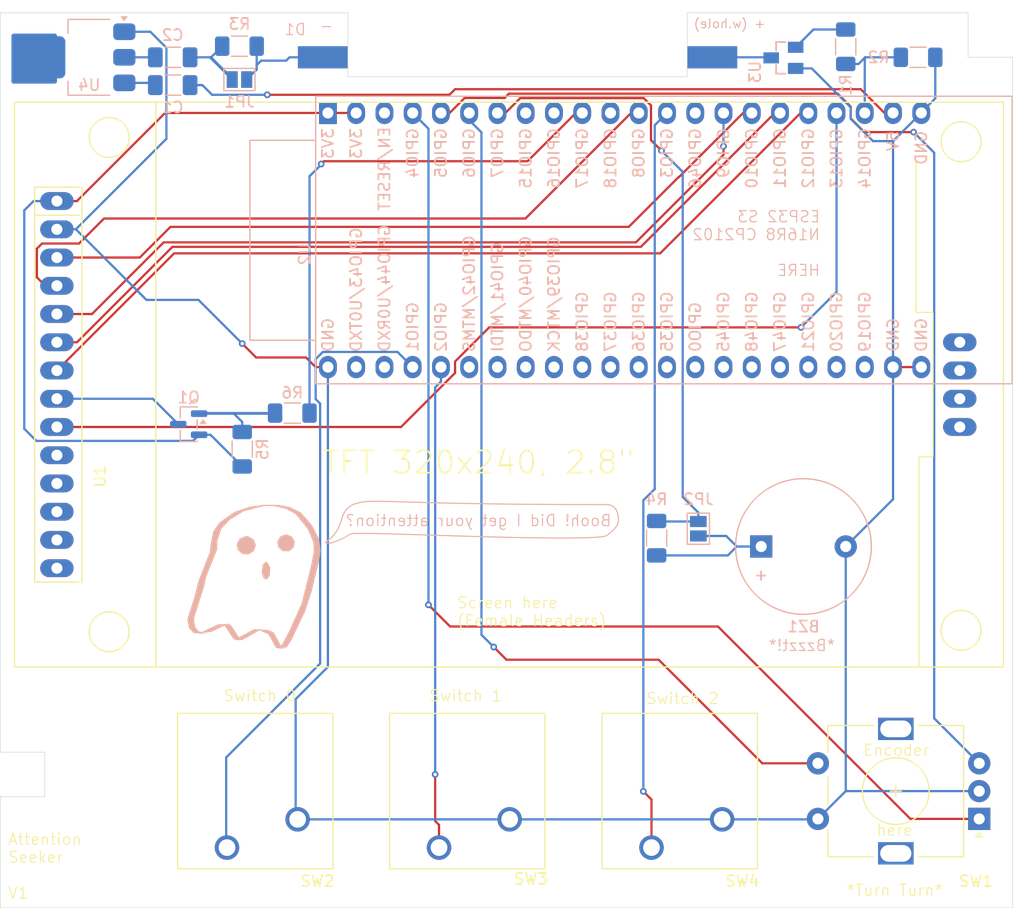
<source format=kicad_pcb>
(kicad_pcb (version 20241229) (generator "pcbnew") (generator_version "9.0")
  (layers (0 "F.Cu" signal) (2 "B.Cu" signal) (13 "F.Paste" user) (15 "B.Paste" user) (5 "F.SilkS" user "F.Silkscreen") (7 "B.SilkS" user "B.Silkscreen") (1 "F.Mask" user) (3 "B.Mask" user) (25 "Edge.Cuts" user))
  (net 0 "")
  (net 1 "+3.3V")
  (net 2 "Net-(D1-A)")
  (net 3 "Net-(JP2-A)")
  (net 4 "Net-(BZ1-+)")
  (net 5 "Net-(D1-K)")
  (net 6 "GND")
  (net 7 "Net-(U2-GPIO14{slash}ADC2_CH3)")
  (net 8 "/CLk")
  (net 9 "/SW")
  (net 10 "/DT")
  (net 11 "Net-(U1-MOSI)")
  (net 12 "Net-(U1-SCK)")
  (net 14 "+5V")
  (net 15 "Net-(U2-GPIO1{slash}ADC1_CH0)")
  (net 16 "Net-(U2-GPIO2{slash}ADC1_CH1)")
  (net 28 "Net-(Q1-G)")
  (net 37 "Net-(Q1-D)")
  (net 40 "Net-(U4-VI)")
  (net 41 "Net-(JP1-A)")
  (net 42 "Net-(U4-VO)")
  (net 43 "Net-(U3-G)")
  (net 44 "Net-(U2-GPIO17{slash}ADC2_CH6)")
  (net 45 "Net-(U2-GPIO3{slash}ADC1_CH2)")
  (net 46 "Net-(U1-CS)")
  (net 49 "Net-(U1-DC)")
  (net 51 "Net-(U1-RST)")
  (net 53 "Net-(U1-MISO)")
  (footprint "Button_Switch_Keyboard:SW_Cherry_MX_1.00u_PCB" (layer "F.Cu") (at 86.94 159.58 180)
    (property "Reference" "SW3" (at -8.26 -2.82 0) (layer "F.SilkS"))
    (property "Value" "SW_Push")
    (pad "" np_thru_hole circle (at -7.62 5.08 180) (size 1.7 1.7) (drill 1.7) (layers "*.Cu" "*.Mask"))
    (pad "" np_thru_hole circle (at -2.54 5.08 180) (size 4 4) (drill 4) (layers "*.Cu" "*.Mask"))
    (pad "" np_thru_hole circle (at 2.54 5.08 180) (size 1.7 1.7) (drill 1.7) (layers "*.Cu" "*.Mask"))
    (pad "1" thru_hole circle (at 0 0 180) (size 2.2 2.2) (drill 1.5) (layers "*.Cu" "*.Mask") (net 16 "Net-(U2-GPIO2{slash}ADC1_CH1)"))
    (pad "2" thru_hole circle (at -6.35 2.54 180) (size 2.2 2.2) (drill 1.5) (layers "*.Cu" "*.Mask") (net 6 "GND"))
  )
  (footprint "custom_footprint:TFT-320x240" (layer "F.Cu") (at 52.59 117.94 -90)
    (property "Reference" "U1" (at 8.25 -3.89 90) (layer "F.SilkS"))
    (property "Value" "TFT_320x240")
    (fp_text user "TFT 320x240, 2.8\"" (at 7 -37.89 0) (layer "F.SilkS") (effects (font (size 2 2))))
    (pad "1" thru_hole oval (at -16.51 0 270) (size 1.6 3) (drill 1) (layers "*.Cu" "*.Mask") (net 1 "+3.3V"))
    (pad "2" thru_hole oval (at -13.97 0 270) (size 1.6 3) (drill 1) (layers "*.Cu" "*.Mask") (net 6 "GND"))
    (pad "3" thru_hole oval (at -11.43 0 270) (size 1.6 3) (drill 1) (layers "*.Cu" "*.Mask") (net 46 "Net-(U1-CS)"))
    (pad "4" thru_hole oval (at -8.89 0 270) (size 1.6 3) (drill 1) (layers "*.Cu" "*.Mask") (net 51 "Net-(U1-RST)"))
    (pad "5" thru_hole oval (at -6.35 0 270) (size 1.6 3) (drill 1) (layers "*.Cu" "*.Mask") (net 49 "Net-(U1-DC)"))
    (pad "6" thru_hole oval (at -3.81 0 270) (size 1.6 3) (drill 1) (layers "*.Cu" "*.Mask") (net 11 "Net-(U1-MOSI)"))
    (pad "7" thru_hole oval (at -1.27 0 270) (size 1.6 3) (drill 1) (layers "*.Cu" "*.Mask") (net 12 "Net-(U1-SCK)"))
    (pad "8" thru_hole oval (at 1.27 0 270) (size 1.6 3) (drill 1) (layers "*.Cu" "*.Mask") (net 37 "Net-(Q1-D)"))
    (pad "9" thru_hole oval (at 3.81 0 270) (size 1.6 3) (drill 1) (layers "*.Cu" "*.Mask") (net 53 "Net-(U1-MISO)"))
    (pad "10" thru_hole oval (at 6.35 0 270) (size 1.6 3) (drill 1) (layers "*.Cu" "*.Mask"))
    (pad "11" thru_hole oval (at 8.89 0 270) (size 1.6 3) (drill 1) (layers "*.Cu" "*.Mask"))
    (pad "12" thru_hole oval (at 11.43 0 270) (size 1.6 3) (drill 1) (layers "*.Cu" "*.Mask"))
    (pad "13" thru_hole oval (at 13.97 0 270) (size 1.6 3) (drill 1) (layers "*.Cu" "*.Mask"))
    (pad "14" thru_hole oval (at 16.51 0 270) (size 1.6 3) (drill 1) (layers "*.Cu" "*.Mask"))
    (pad "15" thru_hole oval (at -3.81 -81.16 270) (size 1.6 3) (drill 1) (layers "*.Cu" "*.Mask"))
    (pad "16" thru_hole oval (at -1.27 -81.16 270) (size 1.6 3) (drill 1) (layers "*.Cu" "*.Mask"))
    (pad "17" thru_hole oval (at 1.27 -81.16 270) (size 1.6 3) (drill 1) (layers "*.Cu" "*.Mask"))
    (pad "18" thru_hole oval (at 3.81 -81.16 270) (size 1.6 3) (drill 1) (layers "*.Cu" "*.Mask"))
  )
  (footprint "Button_Switch_Keyboard:SW_Cherry_MX_1.00u_PCB" (layer "F.Cu") (at 106.04 159.58 180)
    (property "Reference" "SW4" (at -8.16 -3.02 0) (layer "F.SilkS"))
    (property "Value" "SW_Push")
    (pad "" np_thru_hole circle (at -7.62 5.08 180) (size 1.7 1.7) (drill 1.7) (layers "*.Cu" "*.Mask"))
    (pad "" np_thru_hole circle (at -2.54 5.08 180) (size 4 4) (drill 4) (layers "*.Cu" "*.Mask"))
    (pad "" np_thru_hole circle (at 2.54 5.08 180) (size 1.7 1.7) (drill 1.7) (layers "*.Cu" "*.Mask"))
    (pad "1" thru_hole circle (at 0 0 180) (size 2.2 2.2) (drill 1.5) (layers "*.Cu" "*.Mask") (net 45 "Net-(U2-GPIO3{slash}ADC1_CH2)"))
    (pad "2" thru_hole circle (at -6.35 2.54 180) (size 2.2 2.2) (drill 1.5) (layers "*.Cu" "*.Mask") (net 6 "GND"))
  )
  (footprint "Button_Switch_Keyboard:SW_Cherry_MX_1.00u_PCB" (layer "F.Cu") (at 67.88 159.58 180)
    (property "Reference" "SW2" (at -8.12 -3.02 0) (layer "F.SilkS"))
    (property "Value" "SW_Push")
    (pad "" np_thru_hole circle (at -7.62 5.08 180) (size 1.7 1.7) (drill 1.7) (layers "*.Cu" "*.Mask"))
    (pad "" np_thru_hole circle (at -2.54 5.08 180) (size 4 4) (drill 4) (layers "*.Cu" "*.Mask"))
    (pad "" np_thru_hole circle (at 2.54 5.08 180) (size 1.7 1.7) (drill 1.7) (layers "*.Cu" "*.Mask"))
    (pad "1" thru_hole circle (at 0 0 180) (size 2.2 2.2) (drill 1.5) (layers "*.Cu" "*.Mask") (net 15 "Net-(U2-GPIO1{slash}ADC1_CH0)"))
    (pad "2" thru_hole circle (at -6.35 2.54 180) (size 2.2 2.2) (drill 1.5) (layers "*.Cu" "*.Mask") (net 6 "GND"))
  )
  (footprint "Rotary_Encoder:RotaryEncoder_Alps_EC11E-Switch_Vertical_H20mm" (layer "F.Cu") (at 135.5 157 180)
    (property "Reference" "SW1" (at 0.3 -5.6 180) (layer "F.SilkS"))
    (property "Value" "RotaryEncoder_Switch")
    (pad "A" thru_hole rect (at 0 0 180) (size 2 2) (drill 1) (layers "*.Cu" "*.Mask") (net 8 "/CLk"))
    (pad "B" thru_hole circle (at 0 5 180) (size 2 2) (drill 1) (layers "*.Cu" "*.Mask") (net 10 "/DT"))
    (pad "C" thru_hole circle (at 0 2.5 180) (size 2 2) (drill 1) (layers "*.Cu" "*.Mask") (net 6 "GND"))
    (pad "MP" thru_hole rect (at 7.5 -3.1 180) (size 3.2 2) (drill oval 2.8 1.5) (layers "*.Cu" "*.Mask"))
    (pad "MP" thru_hole rect (at 7.5 8.1 180) (size 3.2 2) (drill oval 2.8 1.5) (layers "*.Cu" "*.Mask"))
    (pad "S1" thru_hole circle (at 14.5 5 180) (size 2 2) (drill 1) (layers "*.Cu" "*.Mask") (net 9 "/SW"))
    (pad "S2" thru_hole circle (at 14.5 0 180) (size 2 2) (drill 1) (layers "*.Cu" "*.Mask") (net 6 "GND"))
  )
  (footprint "Capacitor_SMD:C_1206_3216Metric_Pad1.33x1.80mm_HandSolder" (layer "B.Cu") (at 63 91 180)
    (property "Reference" "C1" (at 0 -2 0) (layer "B.SilkS") (effects (justify mirror)))
    (property "Value" "10µC")
    (pad "1" smd roundrect (at -1.5625 0 180) (size 1.325 1.8) (layers "B.Cu" "B.Mask" "B.Paste") (roundrect_rratio 0.188679) (net 14 "+5V"))
    (pad "2" smd roundrect (at 1.5625 0 180) (size 1.325 1.8) (layers "B.Cu" "B.Mask" "B.Paste") (roundrect_rratio 0.188679) (net 40 "Net-(U4-VI)"))
  )
  (footprint "Resistor_SMD:R_1206_3216Metric_Pad1.30x1.75mm_HandSolder" (layer "B.Cu") (at 130 88.5)
    (property "Reference" "R2" (at -3.55 0 0) (layer "B.SilkS") (effects (justify mirror)))
    (property "Value" "10KR")
    (pad "1" smd roundrect (at -1.55 0) (size 1.3 1.75) (layers "B.Cu" "B.Mask" "B.Paste") (roundrect_rratio 0.192308) (net 7 "Net-(U2-GPIO14{slash}ADC2_CH3)"))
    (pad "2" smd roundrect (at 1.55 0) (size 1.3 1.75) (layers "B.Cu" "B.Mask" "B.Paste") (roundrect_rratio 0.192308) (net 6 "GND"))
  )
  (footprint "Jumper:SolderJumper-2_P1.3mm_Open_Pad1.0x1.5mm" (layer "B.Cu") (at 110.25 130.9 -90)
    (property "Reference" "JP2" (at -2.65 0 180) (layer "B.SilkS") (effects (justify mirror)))
    (property "Value" "SolderJumper_2_Open")
    (pad "1" smd rect (at -0.65 0 270) (size 1 1.5) (layers "B.Cu" "B.Mask") (net 3 "Net-(JP2-A)"))
    (pad "2" smd rect (at 0.65 0 270) (size 1 1.5) (layers "B.Cu" "B.Mask") (net 4 "Net-(BZ1-+)"))
  )
  (footprint "Package_TO_SOT_SMD:SOT-223-3_TabPin2" (layer "B.Cu") (at 55.5 88.5 180)
    (property "Reference" "U4" (at 0 -2.5 0) (layer "B.SilkS") (effects (justify mirror)))
    (property "Value" "AMS1117-3.3")
    (pad "1" smd roundrect (at -3.15 2.3 180) (size 2 1.5) (layers "B.Cu" "B.Mask" "B.Paste") (net 6 "GND"))
    (pad "2" smd roundrect (at -3.15 0 180) (size 2 1.5) (layers "B.Cu" "B.Mask" "B.Paste") (net 42 "Net-(U4-VO)"))
    (pad "2" smd roundrect (at 3.15 0 180) (size 2 3.8) (layers "B.Cu" "B.Mask" "B.Paste") (net 42 "Net-(U4-VO)"))
    (pad "3" smd roundrect (at -3.15 -2.3 180) (size 2 1.5) (layers "B.Cu" "B.Mask" "B.Paste") (net 40 "Net-(U4-VI)"))
  )
  (footprint "Resistor_SMD:R_1206_3216Metric_Pad1.30x1.75mm_HandSolder" (layer "B.Cu") (at 73.75 120.5 180)
    (property "Reference" "R6" (at 0 1.83 0) (layer "B.SilkS") (effects (justify mirror)))
    (property "Value" "100R")
    (pad "1" smd roundrect (at -1.55 0 180) (size 1.3 1.75) (layers "B.Cu" "B.Mask" "B.Paste") (roundrect_rratio 0.192308) (net 44 "Net-(U2-GPIO17{slash}ADC2_CH6)"))
    (pad "2" smd roundrect (at 1.55 0 180) (size 1.3 1.75) (layers "B.Cu" "B.Mask" "B.Paste") (roundrect_rratio 0.192308) (net 28 "Net-(Q1-G)"))
  )
  (footprint "Jumper:SolderJumper-2_P1.3mm_Open_Pad1.0x1.5mm" (layer "B.Cu") (at 69 90.5)
    (property "Reference" "JP1" (at 0 2 0) (layer "B.SilkS") (effects (justify mirror)))
    (property "Value" "SolderJumper_2_Open")
    (pad "1" smd rect (at -0.65 0) (size 1 1.5) (layers "B.Cu" "B.Mask") (net 41 "Net-(JP1-A)"))
    (pad "2" smd rect (at 0.65 0) (size 1 1.5) (layers "B.Cu" "B.Mask") (net 2 "Net-(D1-A)"))
  )
  (footprint "custom_footprint:38mm rigid LED filament" (layer "B.Cu") (at 94 88.5 180)
    (property "Reference" "D1" (at 20 2.5 0) (layer "B.SilkS") (effects (font (thickness 0.1)) (justify mirror)))
    (property "Value" "LED")
    (fp_text user "+ (w.hole)" (at -22.34 2.55 0) (layer "B.SilkS") (effects (font (size 0.8 0.8) (thickness 0.1)) (justify left bottom mirror)))
    (fp_text user "-" (at 16.5 2.25 0) (layer "B.SilkS") (effects (font (thickness 0.1)) (justify left bottom mirror)))
    (pad "1" smd rect (at -17.5 0 180) (size 4.5 2) (layers "B.Cu" "B.Mask" "B.Paste") (net 5 "Net-(D1-K)"))
    (pad "2" smd rect (at 17.5 0 180) (size 4.5 2) (layers "B.Cu" "B.Mask" "B.Paste") (net 2 "Net-(D1-A)"))
  )
  (footprint "IRLML2502TRPBF:SOT23" (layer "B.Cu") (at 117.9 88.55 -90)
    (property "Reference" "U3" (at 1.274365 2.548745 90) (layer "B.SilkS") (effects (font (size 1.003441 1.003441)) (justify mirror)))
    (property "Value" "IRLML2502TRPBF")
    (pad "1" smd rect (at -0.95 -1.1 270) (size 1 1.4) (layers "B.Cu" "B.Mask" "B.Paste") (net 43 "Net-(U3-G)"))
    (pad "2" smd rect (at 0.95 -1.1 270) (size 1 1.4) (layers "B.Cu" "B.Mask" "B.Paste") (net 6 "GND"))
    (pad "3" smd rect (at 0 1.1 270) (size 1 1.4) (layers "B.Cu" "B.Mask" "B.Paste") (net 5 "Net-(D1-K)"))
  )
  (footprint "Espressif:ESP32-S3-DevKitC" (layer "B.Cu") (at 76.9527 93.5037 -90)
    (property "Reference" "U2" (at 12.7 2.1 90) (layer "B.SilkS") (effects (justify mirror)))
    (property "Value" "ESP32-S3-DevKitC" (hide yes))
    (fp_text user "GPIO20" (at 21.59 -45.72 90) (layer "B.SilkS") (effects (justify right mirror)))
    (fp_text user "GPIO41/MTDI" (at 21.59 -15.24 90) (layer "B.SilkS") (effects (justify right mirror)))
    (fp_text user "3V3" (at 1.27 -2.54 90) (layer "B.SilkS") (effects (justify left mirror)))
    (fp_text user "GPIO39/MTCK" (at 21.59 -20.32 90) (layer "B.SilkS") (effects (justify right mirror)))
    (fp_text user "GPIO3" (at 1.27 -30.48 90) (layer "B.SilkS") (effects (justify left mirror)))
    (fp_text user "GPIO21" (at 21.59 -43.18 90) (layer "B.SilkS") (effects (justify right mirror)))
    (fp_text user "GPIO12" (at 1.27 -43.18 90) (layer "B.SilkS") (effects (justify left mirror)))
    (fp_text user "GPIO17" (at 1.27 -22.86 90) (layer "B.SilkS") (effects (justify left mirror)))
    (fp_text user "GPIO38" (at 21.59 -22.86 90) (layer "B.SilkS") (effects (justify right mirror)))
    (fp_text user "GPIO5" (at 1.27 -10.16 90) (layer "B.SilkS") (effects (justify left mirror)))
    (fp_text user "GPIO42/MTMS" (at 21.59 -12.7 90) (layer "B.SilkS") (effects (justify right mirror)))
    (fp_text user "GPIO6" (at 1.27 -12.7 90) (layer "B.SilkS") (effects (justify left mirror)))
    (fp_text user "GPIO35" (at 21.59 -30.48 90) (layer "B.SilkS") (effects (justify right mirror)))
    (fp_text user "3V3" (at 1.27 0 90) (layer "B.SilkS") (effects (justify left mirror)))
    (fp_text user "GPIO1" (at 21.59 -7.62 90) (layer "B.SilkS") (effects (justify right mirror)))
    (fp_text user "GPIO40/MTDO" (at 21.59 -17.78 90) (layer "B.SilkS") (effects (justify right mirror)))
    (fp_text user "GPIO37" (at 21.59 -25.4 90) (layer "B.SilkS") (effects (justify right mirror)))
    (fp_text user "5V" (at 1.52032 -50.79728 90) (layer "B.SilkS") (effects (justify left mirror)))
    (fp_text user "GPIO44/U0RXD" (at 21.59 -5.08 90) (layer "B.SilkS") (effects (justify right mirror)))
    (fp_text user "GPIO2" (at 21.59 -10.16 90) (layer "B.SilkS") (effects (justify right mirror)))
    (fp_text user "GPIO14" (at 1.27 -48.26 90) (layer "B.SilkS") (effects (justify left mirror)))
    (fp_text user "GND" (at 21.59 -50.8 90) (layer "B.SilkS") (effects (justify right mirror)))
    (fp_text user "GND" (at 1.52032 -53.33728 90) (layer "B.SilkS") (effects (justify left mirror)))
    (fp_text user "GPIO45" (at 21.59 -35.56 90) (layer "B.SilkS") (effects (justify right mirror)))
    (fp_text user "GPIO13" (at 1.27 -45.72 90) (layer "B.SilkS") (effects (justify left mirror)))
    (fp_text user "GPIO7" (at 1.27 -15.24 90) (layer "B.SilkS") (effects (justify left mirror)))
    (fp_text user "GPIO36" (at 21.59 -27.94 90) (layer "B.SilkS") (effects (justify right mirror)))
    (fp_text user "GPIO0" (at 21.59 -33.02 90) (layer "B.SilkS") (effects (justify right mirror)))
    (fp_text user "GPIO46" (at 1.27 -33.02 90) (layer "B.SilkS") (effects (justify left mirror)))
    (fp_text user "GPIO4" (at 1.27 -7.62 90) (layer "B.SilkS") (effects (justify left mirror)))
    (fp_text user "GPIO11" (at 1.27 -40.64 90) (layer "B.SilkS") (effects (justify left mirror)))
    (fp_text user "GPIO8" (at 1.27 -27.94 90) (layer "B.SilkS") (effects (justify left mirror)))
    (fp_text user "GPIO47" (at 21.59 -40.64 90) (layer "B.SilkS") (effects (justify right mirror)))
    (fp_text user "GPIO19" (at 21.59 -48.26 90) (layer "B.SilkS") (effects (justify right mirror)))
    (fp_text user "GPIO48" (at 21.59 -38.1 90) (layer "B.SilkS") (effects (justify right mirror)))
    (fp_text user "GPIO43/U0TXD" (at 21.59 -2.54 90) (layer "B.SilkS") (effects (justify right mirror)))
    (fp_text user "GPIO15" (at 1.27 -17.78 90) (layer "B.SilkS") (effects (justify left mirror)))
    (fp_text user "GPIO18" (at 1.27 -25.4 90) (layer "B.SilkS") (effects (justify left mirror)))
    (fp_text user "GND" (at 21.59 -53.34 90) (layer "B.SilkS") (effects (justify right mirror)))
    (fp_text user "EN/RESET" (at 8.88632 -5.07728 90) (layer "B.SilkS") (effects (justify right mirror)))
    (fp_text user "GPIO10" (at 1.27 -38.1 90) (layer "B.SilkS") (effects (justify left mirror)))
    (fp_text user "GPIO16" (at 1.27 -20.32 90) (layer "B.SilkS") (effects (justify left mirror)))
    (fp_text user "GPIO9" (at 1.27 -35.56 90) (layer "B.SilkS") (effects (justify left mirror)))
    (fp_text user "GND" (at 21.59 0 90) (layer "B.SilkS") (effects (justify right mirror)))
    (pad "1" thru_hole rect (at 0 0) (size 1.6 2) (drill 1) (layers "*.Cu" "*.Mask") (net 1 "+3.3V"))
    (pad "2" thru_hole oval (at 0 -2.54) (size 1.6 2) (drill 1) (layers "*.Cu" "*.Mask") (net 1 "+3.3V"))
    (pad "3" thru_hole oval (at 0 -5.08) (size 1.6 2) (drill 1) (layers "*.Cu" "*.Mask"))
    (pad "4" thru_hole oval (at 0 -7.62) (size 1.6 2) (drill 1) (layers "*.Cu" "*.Mask") (net 8 "/CLk"))
    (pad "5" thru_hole oval (at 0 -10.16) (size 1.6 2) (drill 1) (layers "*.Cu" "*.Mask") (net 10 "/DT"))
    (pad "6" thru_hole oval (at 0 -12.7) (size 1.6 2) (drill 1) (layers "*.Cu" "*.Mask") (net 9 "/SW"))
    (pad "7" thru_hole oval (at 0 -15.24) (size 1.6 2) (drill 1) (layers "*.Cu" "*.Mask") (net 3 "Net-(JP2-A)"))
    (pad "8" thru_hole oval (at 0 -17.78) (size 1.6 2) (drill 1) (layers "*.Cu" "*.Mask"))
    (pad "9" thru_hole oval (at 0 -20.32) (size 1.6 2) (drill 1) (layers "*.Cu" "*.Mask"))
    (pad "10" thru_hole oval (at 0 -22.86) (size 1.6 2) (drill 1) (layers "*.Cu" "*.Mask") (net 44 "Net-(U2-GPIO17{slash}ADC2_CH6)"))
    (pad "11" thru_hole oval (at 0 -25.4) (size 1.6 2) (drill 1) (layers "*.Cu" "*.Mask"))
    (pad "12" thru_hole oval (at 0 -27.94) (size 1.6 2) (drill 1) (layers "*.Cu" "*.Mask") (net 51 "Net-(U1-RST)"))
    (pad "13" thru_hole oval (at 0 -30.48) (size 1.6 2) (drill 1) (layers "*.Cu" "*.Mask") (net 45 "Net-(U2-GPIO3{slash}ADC1_CH2)"))
    (pad "14" thru_hole oval (at 0 -33.02) (size 1.6 2) (drill 1) (layers "*.Cu" "*.Mask"))
    (pad "15" thru_hole oval (at 0 -35.56) (size 1.6 2) (drill 1) (layers "*.Cu" "*.Mask") (net 49 "Net-(U1-DC)"))
    (pad "16" thru_hole oval (at 0 -38.1) (size 1.6 2) (drill 1) (layers "*.Cu" "*.Mask") (net 46 "Net-(U1-CS)"))
    (pad "17" thru_hole oval (at 0 -40.64) (size 1.6 2) (drill 1) (layers "*.Cu" "*.Mask") (net 11 "Net-(U1-MOSI)"))
    (pad "18" thru_hole oval (at 0 -43.18) (size 1.6 2) (drill 1) (layers "*.Cu" "*.Mask") (net 12 "Net-(U1-SCK)"))
    (pad "19" thru_hole oval (at 0 -45.72) (size 1.6 2) (drill 1) (layers "*.Cu" "*.Mask") (net 53 "Net-(U1-MISO)"))
    (pad "20" thru_hole oval (at -0.00368 -48.25728) (size 1.6 2) (drill 1) (layers "*.Cu" "*.Mask") (net 7 "Net-(U2-GPIO14{slash}ADC2_CH3)"))
    (pad "21" thru_hole oval (at -0.00368 -50.79728) (size 1.6 2) (drill 1) (layers "*.Cu" "*.Mask") (net 14 "+5V"))
    (pad "22" thru_hole oval (at -0.00368 -53.33728) (size 1.6 2) (drill 1) (layers "*.Cu" "*.Mask") (net 6 "GND"))
    (pad "23" thru_hole oval (at 22.86 -53.34) (size 1.6 2) (drill 1) (layers "*.Cu" "*.Mask") (net 6 "GND"))
    (pad "24" thru_hole oval (at 22.86 -50.8) (size 1.6 2) (drill 1) (layers "*.Cu" "*.Mask") (net 6 "GND"))
    (pad "25" thru_hole oval (at 22.86 -48.26) (size 1.6 2) (drill 1) (layers "*.Cu" "*.Mask"))
    (pad "26" thru_hole oval (at 22.86 -45.72) (size 1.6 2) (drill 1) (layers "*.Cu" "*.Mask"))
    (pad "27" thru_hole oval (at 22.86 -43.18) (size 1.6 2) (drill 1) (layers "*.Cu" "*.Mask"))
    (pad "28" thru_hole oval (at 22.86 -40.64) (size 1.6 2) (drill 1) (layers "*.Cu" "*.Mask"))
    (pad "29" thru_hole oval (at 22.86 -38.1) (size 1.6 2) (drill 1) (layers "*.Cu" "*.Mask"))
    (pad "30" thru_hole oval (at 22.86 -35.56) (size 1.6 2) (drill 1) (layers "*.Cu" "*.Mask"))
    (pad "31" thru_hole oval (at 22.86 -33.02) (size 1.6 2) (drill 1) (layers "*.Cu" "*.Mask"))
    (pad "32" thru_hole oval (at 22.86 -30.48) (size 1.6 2) (drill 1) (layers "*.Cu" "*.Mask"))
    (pad "33" thru_hole oval (at 22.86 -27.94) (size 1.6 2) (drill 1) (layers "*.Cu" "*.Mask"))
    (pad "34" thru_hole oval (at 22.86 -25.4) (size 1.6 2) (drill 1) (layers "*.Cu" "*.Mask"))
    (pad "35" thru_hole oval (at 22.86 -22.86) (size 1.6 2) (drill 1) (layers "*.Cu" "*.Mask"))
    (pad "36" thru_hole oval (at 22.86 -20.32) (size 1.6 2) (drill 1) (layers "*.Cu" "*.Mask"))
    (pad "37" thru_hole oval (at 22.86 -17.78) (size 1.6 2) (drill 1) (layers "*.Cu" "*.Mask"))
    (pad "38" thru_hole oval (at 22.86 -15.24) (size 1.6 2) (drill 1) (layers "*.Cu" "*.Mask"))
    (pad "39" thru_hole oval (at 22.86 -12.7) (size 1.6 2) (drill 1) (layers "*.Cu" "*.Mask"))
    (pad "40" thru_hole oval (at 22.86 -10.16) (size 1.6 2) (drill 1) (layers "*.Cu" "*.Mask") (net 16 "Net-(U2-GPIO2{slash}ADC1_CH1)"))
    (pad "41" thru_hole oval (at 22.86 -7.62) (size 1.6 2) (drill 1) (layers "*.Cu" "*.Mask") (net 15 "Net-(U2-GPIO1{slash}ADC1_CH0)"))
    (pad "42" thru_hole oval (at 22.86 -5.08) (size 1.6 2) (drill 1) (layers "*.Cu" "*.Mask"))
    (pad "43" thru_hole oval (at 22.86 -2.54) (size 1.6 2) (drill 1) (layers "*.Cu" "*.Mask"))
    (pad "44" thru_hole oval (at 22.86 0) (size 1.6 2) (drill 1) (layers "*.Cu" "*.Mask") (net 6 "GND"))
  )
  (footprint "Package_TO_SOT_SMD:SOT-23" (layer "B.Cu") (at 64.4375 121.5 180)
    (property "Reference" "Q1" (at 0 2.4 0) (layer "B.SilkS") (effects (justify mirror)))
    (property "Value" "BSS84")
    (pad "1" smd roundrect (at -0.9375 0.95 180) (size 1.475 0.6) (layers "B.Cu" "B.Mask" "B.Paste") (net 28 "Net-(Q1-G)"))
    (pad "2" smd roundrect (at -0.9375 -0.95 180) (size 1.475 0.6) (layers "B.Cu" "B.Mask" "B.Paste") (net 1 "+3.3V"))
    (pad "3" smd roundrect (at 0.9375 0 180) (size 1.475 0.6) (layers "B.Cu" "B.Mask" "B.Paste") (net 37 "Net-(Q1-D)"))
  )
  (footprint "Buzzer_Beeper:Buzzer_12x9.5RM7.6" (layer "B.Cu") (at 115.9 132.5)
    (property "Reference" "BZ1" (at 3.8 7.2 0) (layer "B.SilkS") (effects (justify mirror)))
    (property "Value" "Buzzer")
    (fp_text user "+" (at -0.01 2.54 0) (layer "B.SilkS") (effects (justify mirror)))
    (pad "1" thru_hole rect (at 0 0) (size 2 2) (drill 1) (layers "*.Cu" "*.Mask") (net 4 "Net-(BZ1-+)"))
    (pad "2" thru_hole circle (at 7.6 0) (size 2 2) (drill 1) (layers "*.Cu" "*.Mask") (net 6 "GND"))
  )
  (footprint "Resistor_SMD:R_1206_3216Metric_Pad1.30x1.75mm_HandSolder" (layer "B.Cu") (at 123.5 87.55 -90)
    (property "Reference" "R1" (at 3.45 0 90) (layer "B.SilkS") (effects (justify mirror)))
    (property "Value" "220R")
    (pad "1" smd roundrect (at -1.55 0 270) (size 1.3 1.75) (layers "B.Cu" "B.Mask" "B.Paste") (roundrect_rratio 0.192308) (net 43 "Net-(U3-G)"))
    (pad "2" smd roundrect (at 1.55 0 270) (size 1.3 1.75) (layers "B.Cu" "B.Mask" "B.Paste") (roundrect_rratio 0.192308) (net 7 "Net-(U2-GPIO14{slash}ADC2_CH3)"))
  )
  (footprint "Resistor_SMD:R_1206_3216Metric_Pad1.30x1.75mm_HandSolder" (layer "B.Cu") (at 69.25 123.75 90)
    (property "Reference" "R5" (at 0 1.83 90) (layer "B.SilkS") (effects (justify mirror)))
    (property "Value" "100KR")
    (pad "1" smd roundrect (at -1.55 0 90) (size 1.3 1.75) (layers "B.Cu" "B.Mask" "B.Paste") (roundrect_rratio 0.192308) (net 1 "+3.3V"))
    (pad "2" smd roundrect (at 1.55 0 90) (size 1.3 1.75) (layers "B.Cu" "B.Mask" "B.Paste") (roundrect_rratio 0.192308) (net 28 "Net-(Q1-G)"))
  )
  (footprint "Resistor_SMD:R_1206_3216Metric_Pad1.30x1.75mm_HandSolder" (layer "B.Cu") (at 69 87.5)
    (property "Reference" "R3" (at 0 -2 0) (layer "B.SilkS") (effects (justify mirror)))
    (property "Value" "3R")
    (pad "1" smd roundrect (at -1.55 0) (size 1.3 1.75) (layers "B.Cu" "B.Mask" "B.Paste") (roundrect_rratio 0.192308) (net 41 "Net-(JP1-A)"))
    (pad "2" smd roundrect (at 1.55 0) (size 1.3 1.75) (layers "B.Cu" "B.Mask" "B.Paste") (roundrect_rratio 0.192308) (net 2 "Net-(D1-A)"))
  )
  (footprint "Resistor_SMD:R_1206_3216Metric_Pad1.30x1.75mm_HandSolder" (layer "B.Cu") (at 106.5 131.75 90)
    (property "Reference" "R4" (at 3.5 0 180) (layer "B.SilkS") (effects (justify mirror)))
    (property "Value" "100R")
    (pad "1" smd roundrect (at -1.55 0 90) (size 1.3 1.75) (layers "B.Cu" "B.Mask" "B.Paste") (roundrect_rratio 0.192308) (net 4 "Net-(BZ1-+)"))
    (pad "2" smd roundrect (at 1.55 0 90) (size 1.3 1.75) (layers "B.Cu" "B.Mask" "B.Paste") (roundrect_rratio 0.192308) (net 3 "Net-(JP2-A)"))
  )
  (footprint "Capacitor_SMD:C_1206_3216Metric_Pad1.33x1.80mm_HandSolder" (layer "B.Cu") (at 63 88.5)
    (property "Reference" "C2" (at 0 -2 0) (layer "B.SilkS") (effects (justify mirror)))
    (property "Value" "100nC")
    (pad "1" smd roundrect (at -1.5625 0) (size 1.325 1.8) (layers "B.Cu" "B.Mask" "B.Paste") (roundrect_rratio 0.188679) (net 42 "Net-(U4-VO)"))
    (pad "2" smd roundrect (at 1.5625 0) (size 1.325 1.8) (layers "B.Cu" "B.Mask" "B.Paste") (roundrect_rratio 0.188679) (net 41 "Net-(JP1-A)"))
  )
  (gr_poly (pts (xy 73.147383 131.407444) (xy 72.647039 131.610772) (xy 72.392321 132.073252) (xy 72.499697 132.600943) (xy 72.911784 132.931944) (xy 73.465916 132.931944) (xy 73.878004 132.600943) (xy 73.985379 132.073252) (xy 73.730661 131.610772) (xy 73.230317 131.407444)) (fill yes) (layer "B.SilkS"))
  (gr_curve (pts (xy 77.9 130.81) (xy 77.24 132.19) (xy 76.06 132.19) (xy 77.24 132.19)) (stroke (width 0.1)) (layer "B.SilkS"))
  (gr_curve (pts (xy 77.24 132.19) (xy 79.82 131.28) (xy 77.99 131.32) (xy 80.54 131.32)) (stroke (width 0.1)) (layer "B.SilkS"))
  (gr_poly (pts (xy 71.186788 128.746466) (xy 69.906166 128.91884) (xy 68.55834 129.381906) (xy 67.229146 130.311304) (xy 66.640446 131.150469) (xy 66.402214 132.309095) (xy 66.354532 132.944916) (xy 65.318801 135.579681) (xy 64.921898 137.132885) (xy 64.311989 139.059512) (xy 64.460881 139.848714) (xy 64.858327 140.263138) (xy 65.553362 140.345194) (xy 66.289695 140.244564) (xy 65.78588 140.244564) (xy 66.29141 140.244089) (xy 65.15744 140.244075) (xy 66.455187 140.187458) (xy 67.657179 139.611156) (xy 68.449962 140.802043) (xy 68.717827 140.936089) (xy 69.332881 140.902169) (xy 69.437776 140.844165) (xy 68.658016 140.844289) (xy 69.439805 140.842939) (xy 69.232795 140.842939) (xy 69.568859 140.759302) (xy 70.796297 140.037834) (xy 71.602838 140.392417) (xy 72.271852 141.61797) (xy 72.785621 141.70573) (xy 73.187255 141.644059) (xy 72.500553 141.610254) (xy 73.248335 141.582377) (xy 73.699969 140.885299) (xy 74.90354 138.339576) (xy 75.473803 136.611874) (xy 76.146804 133.852564) (xy 76.294633 132.847169) (xy 75.697617 132.847169) (xy 75.440176 134.212182) (xy 74.582576 137.625069) (xy 73.459409 140.133342) (xy 72.803995 141.368091) (xy 72.725671 141.399787) (xy 72.092113 140.238853) (xy 71.565988 140.006486) (xy 70.393082 140.008877) (xy 71.527786 139.994031) (xy 70.326282 139.921905) (xy 69.259854 140.499424) (xy 68.963376 140.668031) (xy 68.232896 139.545939) (xy 67.495888 139.544373) (xy 68.205077 139.519) (xy 68.048713 139.453992) (xy 67.041435 139.506633) (xy 65.620694 140.183745) (xy 65.326643 140.125352) (xy 65.021864 139.727469) (xy 64.918872 138.983426) (xy 65.826268 136.086409) (xy 66.011747 135.239978) (xy 67.005099 132.732781) (xy 67.025866 131.967802) (xy 67.36023 130.932637) (xy 68.095852 130.121333) (xy 69.386125 129.333757) (xy 71.178354 128.864486) (xy 72.28901 128.843574) (xy 71.974658 128.84814) (xy 73.204292 129.126272) (xy 74.048514 129.589724) (xy 75.139062 130.934906) (xy 75.635142 132.118664) (xy 75.697617 132.847169) (xy 76.294638 132.84692) (xy 76.15183 131.809463) (xy 75.574027 130.654412) (xy 74.538133 129.441941) (xy 73.503909 128.947349) (xy 72.521413 128.755638) (xy 71.856609 128.750668) (xy 72.366728 128.750553)) (fill yes) (layer "B.SilkS"))
  (gr_curve (pts (xy 80.54 131.32) (xy 83.09 131.32) (xy 101.17 132.12) (xy 102.02 131.51)) (stroke (width 0.1)) (layer "B.SilkS"))
  (gr_curve (pts (xy 103.06 129.96) (xy 102.99 129.48) (xy 102.95 128.66) (xy 101.77 128.73)) (stroke (width 0.1)) (layer "B.SilkS"))
  (gr_poly (pts (xy 71.364628 133.863294) (xy 71.087122 134.129379) (xy 70.990639 134.841973) (xy 71.193312 135.394633) (xy 71.466561 135.476482) (xy 71.729938 135.100459) (xy 71.756606 134.360247) (xy 71.505173 133.898892)) (fill yes) (layer "B.SilkS"))
  (gr_curve (pts (xy 102.02 131.51) (xy 102.87 130.9) (xy 103.13 130.44) (xy 103.06 129.96)) (stroke (width 0.1)) (layer "B.SilkS"))
  (gr_curve (pts (xy 101.77 128.73) (xy 80.76 128.73) (xy 81.21 128.05) (xy 79.17 128.73)) (stroke (width 0.1)) (layer "B.SilkS"))
  (gr_curve (pts (xy 79.17 128.73) (xy 78.09 129.41) (xy 78.32 130.06) (xy 77.9 130.81)) (stroke (width 0.1)) (layer "B.SilkS"))
  (gr_poly (pts (xy 69.56573 131.561005) (xy 69.02369 131.779211) (xy 68.747746 132.275532) (xy 68.843049 132.806482) (xy 69.270855 133.18194) (xy 69.828821 133.221703) (xy 70.310191 132.909183) (xy 70.483618 132.404093) (xy 70.310191 131.899003) (xy 69.828821 131.586484)) (fill yes) (layer "B.SilkS"))
  (gr_line (start 78.75 84.5) (end 47.5 84.5) (stroke (width 0.05)) (layer "Edge.Cuts"))
  (gr_line (start 47.5 151) (end 47.5 84.5) (stroke (width 0.05)) (layer "Edge.Cuts"))
  (gr_line (start 134.5 84.5) (end 109.25 84.5) (stroke (width 0.05)) (layer "Edge.Cuts"))
  (gr_line (start 47.5 165) (end 138.5 165) (stroke (width 0.05)) (layer "Edge.Cuts"))
  (gr_line (start 138.5 88.5) (end 134.5 88.5) (stroke (width 0.05)) (layer "Edge.Cuts"))
  (gr_line (start 47.5 165) (end 47.5 155) (stroke (width 0.05)) (layer "Edge.Cuts"))
  (gr_line (start 109.25 84.5) (end 109.25 90.25) (stroke (width 0.05)) (layer "Edge.Cuts"))
  (gr_line (start 51.5 155) (end 51.5 151) (stroke (width 0.05)) (layer "Edge.Cuts"))
  (gr_line (start 47.5 151) (end 51.5 151) (stroke (width 0.05)) (layer "Edge.Cuts"))
  (gr_line (start 78.75 84.5) (end 78.75 90.25) (stroke (width 0.05)) (layer "Edge.Cuts"))
  (gr_line (start 138.5 165) (end 138.5 88.5) (stroke (width 0.05)) (layer "Edge.Cuts"))
  (gr_line (start 47.5 155) (end 51.5 155) (stroke (width 0.05)) (layer "Edge.Cuts"))
  (gr_line (start 78.75 90.25) (end 109.25 90.25) (stroke (width 0.05)) (layer "Edge.Cuts"))
  (gr_line (start 134.5 84.5) (end 134.5 88.5) (stroke (width 0.05)) (layer "Edge.Cuts"))
  (gr_text "Encoder" (at 125 151.4 0) (layer "F.SilkS") (effects (font (size 1 1) (thickness 0.1)) (justify left bottom)))
  (gr_text "here" (at 126.2 158.6 0) (layer "F.SilkS") (effects (font (size 1 1) (thickness 0.1)) (justify left bottom)))
  (gr_text "Attention\nSeeker\n\nV1" (at 48.14 164.25 -0) (layer "F.SilkS") (effects (font (size 1 1) (thickness 0.1)) (justify left bottom)))
  (gr_text "Switch 2" (at 105.5 146.75 0) (layer "F.SilkS") (effects (font (size 1 1) (thickness 0.1)) (justify left bottom)))
  (gr_text "Switch 0" (at 67.5 146.5 0) (layer "F.SilkS") (effects (font (size 1 1) (thickness 0.1)) (justify left bottom)))
  (gr_text "Switch 1" (at 86 146.5 0) (layer "F.SilkS") (effects (font (size 1 1) (thickness 0.1)) (justify left bottom)))
  (gr_text "Screen here\n(Female Headers)" (at 88.5 139.75 0) (layer "F.SilkS") (effects (font (size 1 1) (thickness 0.1)) (justify left bottom)))
  (gr_text "*Turn Turn*" (at 123.5 164 0) (layer "F.SilkS") (effects (font (size 1 1) (thickness 0.1)) (justify left bottom)))
  (gr_text "Booh! Did I get your attention?" (at 102.5 130.75 0) (layer "B.SilkS") (effects (font (size 1 1) (thickness 0.1)) (justify left bottom mirror)))
  (gr_text "ESP32 S3\nN16R8 CP2102\n\nHERE" (at 121.25 108.25 0) (layer "B.SilkS") (effects (font (size 1 1) (thickness 0.1)) (justify left bottom mirror)))
  (gr_text "*Bzzzt!*" (at 122.62 141.98 0) (layer "B.SilkS") (effects (font (size 1 1) (thickness 0.1)) (justify left bottom mirror)))
  (segment (start 54.3917 101.43) (end 62.318 93.5037) (width 0.2) (layer "F.Cu") (net 1))
  (segment (start 62.318 93.5037) (end 76.9527 93.5037) (width 0.2) (layer "F.Cu") (net 1))
  (segment (start 79.4927 93.5037) (end 76.9527 93.5037) (width 0.2) (layer "F.Cu") (net 1))
  (segment (start 52.59 101.43) (end 54.3917 101.43) (width 0.2) (layer "F.Cu") (net 1))
  (segment (start 50.549 122.799) (end 50.75 123) (width 0.2) (layer "B.Cu") (net 1))
  (segment (start 65.375 122.45) (end 65.45 122.45) (width 0.2) (layer "B.Cu") (net 1))
  (segment (start 64.825 123) (end 65.085 122.74) (width 0.2) (layer "B.Cu") (net 1))
  (segment (start 65.085 122.74) (end 65.375 122.45) (width 0.2) (layer "B.Cu") (net 1))
  (segment (start 50.495 101.43) (end 49.658 102.267) (width 0.2) (layer "B.Cu") (net 1))
  (segment (start 50.5456 122.799) (end 50.549 122.799) (width 0.2) (layer "B.Cu") (net 1))
  (segment (start 49.658 102.267) (end 49.658 121.911) (width 0.2) (layer "B.Cu") (net 1))
  (segment (start 49.658 121.911) (end 50.5456 122.799) (width 0.2) (layer "B.Cu") (net 1))
  (segment (start 65.45 122.45) (end 66.4 122.45) (width 0.2) (layer "B.Cu") (net 1))
  (segment (start 65.45 122.45) (end 65.5 122.5) (width 0.2) (layer "B.Cu") (net 1))
  (segment (start 66.4 122.45) (end 69.25 125.3) (width 0.2) (layer "B.Cu") (net 1))
  (segment (start 52.59 101.43) (end 50.495 101.43) (width 0.2) (layer "B.Cu") (net 1))
  (segment (start 65.375 122.45) (end 65.45 122.45) (width 0.2) (layer "B.Cu") (net 1))
  (segment (start 50.75 123) (end 64.825 123) (width 0.2) (layer "B.Cu") (net 1))
  (segment (start 65.375 122.45) (end 65.085 122.74) (width 0.2) (layer "B.Cu") (net 1))
  (segment (start 70.95 88.8) (end 73.2 88.8) (width 0.2) (layer "B.Cu") (net 2))
  (segment (start 70.55 89.2) (end 70.55 89.6) (width 0.2) (layer "B.Cu") (net 2))
  (segment (start 73.2 88.8) (end 73.5 88.5) (width 0.2) (layer "B.Cu") (net 2))
  (segment (start 70.55 89.6) (end 69.65 90.5) (width 0.2) (layer "B.Cu") (net 2))
  (segment (start 70.55 87.5) (end 70.55 89.2) (width 0.2) (layer "B.Cu") (net 2))
  (segment (start 70.55 89.2) (end 70.95 88.8) (width 0.2) (layer "B.Cu") (net 2))
  (segment (start 73.5 88.5) (end 76.5 88.5) (width 0.2) (layer "B.Cu") (net 2))
  (segment (start 105.9944 92.8273) (end 105.9944 95.9519) (width 0.2) (layer "F.Cu") (net 3))
  (segment (start 105.3391 92.172) (end 105.9944 92.8273) (width 0.2) (layer "F.Cu") (net 3))
  (segment (start 92.1927 93.5037) (end 92.906 93.5037) (width 0.2) (layer "F.Cu") (net 3))
  (segment (start 94.2377 92.172) (end 105.3391 92.172) (width 0.2) (layer "F.Cu") (net 3))
  (segment (start 105.9944 95.9519) (end 106.9382 96.8957) (width 0.2) (layer "F.Cu") (net 3))
  (segment (start 92.906 93.5037) (end 94.2377 92.172) (width 0.2) (layer "F.Cu") (net 3))
  (via (at 106.9382 96.8957) (size 0.6) (drill 0.3) (layers "F.Cu" "B.Cu") (net 3))
  (segment (start 110.25 130.25) (end 106.55 130.25) (width 0.2) (layer "B.Cu") (net 3))
  (segment (start 108.8443 98.8018) (end 108.8443 128.0426) (width 0.2) (layer "B.Cu") (net 3))
  (segment (start 108.8443 128.0426) (end 110.25 129.4483) (width 0.2) (layer "B.Cu") (net 3))
  (segment (start 106.9382 96.8957) (end 108.8443 98.8018) (width 0.2) (layer "B.Cu") (net 3))
  (segment (start 110.25 130.25) (end 110.25 129.4483) (width 0.2) (layer "B.Cu") (net 3))
  (segment (start 106.55 130.25) (end 106.5 130.2) (width 0.2) (layer "B.Cu") (net 3))
  (segment (start 112.75 131.55) (end 113.7 132.5) (width 0.2) (layer "B.Cu") (net 4))
  (segment (start 110.25 131.55) (end 112.75 131.55) (width 0.2) (layer "B.Cu") (net 4))
  (segment (start 115.1 133.3) (end 115.9 132.5) (width 0.2) (layer "B.Cu") (net 4))
  (segment (start 112.9 133.3) (end 113.7 132.5) (width 0.2) (layer "B.Cu") (net 4))
  (segment (start 110.25 131.55) (end 110.5 131.55) (width 0.2) (layer "B.Cu") (net 4))
  (segment (start 113.7 132.5) (end 115.9 132.5) (width 0.2) (layer "B.Cu") (net 4))
  (segment (start 106.5 133.3) (end 112.9 133.3) (width 0.2) (layer "B.Cu") (net 4))
  (segment (start 116.8 88.55) (end 116.75 88.5) (width 0.2) (layer "B.Cu") (net 5))
  (segment (start 116.75 88.5) (end 111.5 88.5) (width 0.2) (layer "B.Cu") (net 5))
  (segment (start 75.851 116.3637) (end 76.9527 116.3637) (width 0.2) (layer "F.Cu") (net 6))
  (segment (start 74.9873 115.5) (end 75.851 116.3637) (width 0.2) (layer "F.Cu") (net 6))
  (segment (start 69.25 114.25) (end 70.5 115.5) (width 0.2) (layer "F.Cu") (net 6))
  (segment (start 127.7527 116.3637) (end 130.2927 116.3637) (width 0.2) (layer "F.Cu") (net 6))
  (segment (start 70.5 115.5) (end 74.9873 115.5) (width 0.2) (layer "F.Cu") (net 6))
  (via (at 69.25 114.25) (size 0.6) (drill 0.3) (layers "F.Cu" "B.Cu") (net 6))
  (segment (start 127.7527 96.0373) (end 127.7527 116.3637) (width 0.2) (layer "B.Cu") (net 6))
  (segment (start 76.9527 143.3261) (end 74.0523 146.2265) (width 0.2) (layer "B.Cu") (net 6))
  (segment (start 123.5 132.5) (end 123.5 154.4) (width 0.2) (layer "B.Cu") (net 6))
  (segment (start 58.65 86.2) (end 60.9871 86.2) (width 0.2) (layer "B.Cu") (net 6))
  (segment (start 130.28998 93.50002) (end 130.28998 93.46002) (width 0.2) (layer "B.Cu") (net 6))
  (segment (start 123.9432 94.0298) (end 125.9507 96.0373) (width 0.2) (layer "B.Cu") (net 6))
  (segment (start 112.43 157) (end 112.39 157.04) (width 0.2) (layer "B.Cu") (net 6))
  (segment (start 123.5 154.5) (end 121 157) (width 0.2) (layer "B.Cu") (net 6))
  (segment (start 74.0523 156.8623) (end 74.23 157.04) (width 0.2) (layer "B.Cu") (net 6))
  (segment (start 120.96 157.04) (end 121 157) (width 0.2) (layer "B.Cu") (net 6))
  (segment (start 130.28998 93.46002) (end 131.55 92.2) (width 0.2) (layer "B.Cu") (net 6))
  (segment (start 127.7527 116.3637) (end 127.7527 128.2473) (width 0.2) (layer "B.Cu") (net 6))
  (segment (start 65.3181 110.3181) (end 60.639 110.3181) (width 0.2) (layer "B.Cu") (net 6))
  (segment (start 131.55 92.2) (end 131.55 88.5) (width 0.2) (layer "B.Cu") (net 6))
  (segment (start 123.5 154.4) (end 123.6 154.5) (width 0.2) (layer "B.Cu") (net 6))
  (segment (start 123.5 154.5) (end 123.6 154.5) (width 0.2) (layer "B.Cu") (net 6))
  (segment (start 123.6 154.5) (end 135.5 154.5) (width 0.2) (layer "B.Cu") (net 6))
  (segment (start 125.9507 96.0373) (end 127.7527 96.0373) (width 0.2) (layer "B.Cu") (net 6))
  (segment (start 127.7527 128.2473) (end 123.5 132.5) (width 0.2) (layer "B.Cu") (net 6))
  (segment (start 76.9527 116.3637) (end 76.9527 143.3261) (width 0.2) (layer "B.Cu") (net 6))
  (segment (start 60.639 110.3181) (end 54.2909 103.97) (width 0.2) (layer "B.Cu") (net 6))
  (segment (start 52.59 103.97) (end 54.2909 103.97) (width 0.2) (layer "B.Cu") (net 6))
  (segment (start 74.23 157.04) (end 112.39 157.04) (width 0.2) (layer "B.Cu") (net 6))
  (segment (start 120.443 89.5) (end 123.9432 93.0002) (width 0.2) (layer "B.Cu") (net 6))
  (segment (start 130.28998 93.50002) (end 127.7527 96.0373) (width 0.2) (layer "B.Cu") (net 6))
  (segment (start 62.4339 95.827) (end 54.2909 103.97) (width 0.2) (layer "B.Cu") (net 6))
  (segment (start 131.3917 88.6583) (end 131.55 88.5) (width 0.2) (layer "B.Cu") (net 6))
  (segment (start 69.25 114.25) (end 65.3181 110.3181) (width 0.2) (layer "B.Cu") (net 6))
  (segment (start 112.39 157.04) (end 120.96 157.04) (width 0.2) (layer "B.Cu") (net 6))
  (segment (start 123.9432 93.0002) (end 123.9432 94.0298) (width 0.2) (layer "B.Cu") (net 6))
  (segment (start 119 89.5) (end 120.443 89.5) (width 0.2) (layer "B.Cu") (net 6))
  (segment (start 130.8409 93.5) (end 130.29 93.5) (width 0.2) (layer "B.Cu") (net 6))
  (segment (start 60.9871 86.2) (end 62.4339 87.6468) (width 0.2) (layer "B.Cu") (net 6))
  (segment (start 62.4339 87.6468) (end 62.4339 95.827) (width 0.2) (layer "B.Cu") (net 6))
  (segment (start 74.0523 146.2265) (end 74.0523 156.8623) (width 0.2) (layer "B.Cu") (net 6))
  (segment (start 128.45 88.5) (end 125.25 88.5) (width 0.2) (layer "B.Cu") (net 7))
  (segment (start 123.5 88.55) (end 123.617 88.6673) (width 0.2) (layer "B.Cu") (net 7))
  (segment (start 125.20998 88.54002) (end 125.20998 93.50002) (width 0.2) (layer "B.Cu") (net 7))
  (segment (start 123.5585 89.0415) (end 123.617 88.983) (width 0.2) (layer "B.Cu") (net 7))
  (segment (start 123.617 88.983) (end 123.617 88.6673) (width 0.2) (layer "B.Cu") (net 7))
  (segment (start 124.65 89.1) (end 125.25 88.5) (width 0.2) (layer "B.Cu") (net 7))
  (segment (start 123.5585 89.0415) (end 123.5 89.1) (width 0.2) (layer "B.Cu") (net 7))
  (segment (start 123.617 89.1673) (end 123.5585 89.1086) (width 0.2) (layer "B.Cu") (net 7))
  (segment (start 125.25 88.5) (end 125.20998 88.54002) (width 0.2) (layer "B.Cu") (net 7))
  (segment (start 123.5 89.1) (end 124.65 89.1) (width 0.2) (layer "B.Cu") (net 7))
  (segment (start 123.5585 89.0415) (end 123.5585 89.1086) (width 0.2) (layer "B.Cu") (net 7))
  (segment (start 123.5585 89.1086) (end 123.5 89.05) (width 0.2) (layer "B.Cu") (net 7))
  (segment (start 85.992 137.75) (end 87.9363 139.6943) (width 0.2) (layer "F.Cu") (net 8))
  (segment (start 129.3168 157) (end 135.5 157) (width 0.2) (layer "F.Cu") (net 8))
  (segment (start 112.0111 139.6943) (end 129.3168 157) (width 0.2) (layer "F.Cu") (net 8))
  (segment (start 87.9363 139.6943) (end 112.0111 139.6943) (width 0.2) (layer "F.Cu") (net 8))
  (via (at 85.992 137.75) (size 0.6) (drill 0.3) (layers "F.Cu" "B.Cu") (net 8))
  (segment (start 85.992 137.75) (end 85.992 94.923) (width 0.2) (layer "B.Cu") (net 8))
  (segment (start 85.992 94.923) (end 84.5727 93.5037) (width 0.2) (layer "B.Cu") (net 8))
  (segment (start 116 152) (end 106.6832 142.6832) (width 0.2) (layer "F.Cu") (net 9))
  (segment (start 91.8589 141.5411) (end 93.001 142.6832) (width 0.2) (layer "F.Cu") (net 9))
  (segment (start 93.001 142.6832) (end 106.6832 142.6832) (width 0.2) (layer "F.Cu") (net 9))
  (segment (start 121 152) (end 116 152) (width 0.2) (layer "F.Cu") (net 9))
  (via (at 91.8589 141.5411) (size 0.6) (drill 0.3) (layers "F.Cu" "B.Cu") (net 9))
  (segment (start 89.6527 94.1527) (end 89.6527 93.5037) (width 0.2) (layer "B.Cu") (net 9))
  (segment (start 90.7544 140.4366) (end 90.7544 95.2544) (width 0.2) (layer "B.Cu") (net 9))
  (segment (start 90.7544 95.2544) (end 89.6527 94.1527) (width 0.2) (layer "B.Cu") (net 9))
  (segment (start 91.8589 141.5411) (end 90.7544 140.4366) (width 0.2) (layer "B.Cu") (net 9))
  (segment (start 123.9395 93.9902) (end 123.9395 92.931) (width 0.2) (layer "F.Cu") (net 10))
  (segment (start 87.8946 93.5037) (end 87.1127 93.5037) (width 0.2) (layer "F.Cu") (net 10))
  (segment (start 125.1784 95.2291) (end 123.9395 93.9902) (width 0.2) (layer "F.Cu") (net 10))
  (segment (start 93.2242 91.7703) (end 92.8395 92.155) (width 0.2) (layer "F.Cu") (net 10))
  (segment (start 123.9395 92.931) (end 122.7788 91.7703) (width 0.2) (layer "F.Cu") (net 10))
  (segment (start 122.7788 91.7703) (end 93.2242 91.7703) (width 0.2) (layer "F.Cu") (net 10))
  (segment (start 129.5973 95.2291) (end 125.1784 95.2291) (width 0.2) (layer "F.Cu") (net 10))
  (segment (start 92.8395 92.155) (end 89.2433 92.155) (width 0.2) (layer "F.Cu") (net 10))
  (segment (start 89.2433 92.155) (end 87.8946 93.5037) (width 0.2) (layer "F.Cu") (net 10))
  (via (at 129.5973 95.2291) (size 0.6) (drill 0.3) (layers "F.Cu" "B.Cu") (net 10))
  (segment (start 131.4512 97.083) (end 131.4512 147.9512) (width 0.2) (layer "B.Cu") (net 10))
  (segment (start 131.4512 147.9512) (end 135.5 152) (width 0.2) (layer "B.Cu") (net 10))
  (segment (start 129.5973 95.2291) (end 131.4512 97.083) (width 0.2) (layer "B.Cu") (net 10))
  (segment (start 117.1287 93.5037) (end 105.086 105.5464) (width 0.2) (layer "F.Cu") (net 11))
  (segment (start 117.5927 93.5037) (end 117.1287 93.5037) (width 0.2) (layer "F.Cu") (net 11))
  (segment (start 62.9753 105.5464) (end 54.3917 114.13) (width 0.2) (layer "F.Cu") (net 11))
  (segment (start 54.3917 114.13) (end 52.59 114.13) (width 0.2) (layer "F.Cu") (net 11))
  (segment (start 105.086 105.5464) (end 62.9753 105.5464) (width 0.2) (layer "F.Cu") (net 11))
  (segment (start 119.4441 93.5037) (end 106.8147 106.1331) (width 0.2) (layer "F.Cu") (net 12))
  (segment (start 120.1327 93.5037) (end 119.4441 93.5037) (width 0.2) (layer "F.Cu") (net 12))
  (segment (start 63.1269 106.1331) (end 52.59 116.67) (width 0.2) (layer "F.Cu") (net 12))
  (segment (start 106.8147 106.1331) (end 63.1269 106.1331) (width 0.2) (layer "F.Cu") (net 12))
  (segment (start 87.8796 91.8704) (end 71.5 91.8704) (width 0.2) (layer "F.Cu") (net 14))
  (segment (start 127.74998 93.50002) (end 126.97662 93.50002) (width 0.2) (layer "F.Cu") (net 14))
  (segment (start 126.97662 93.50002) (end 124.8452 91.3686) (width 0.2) (layer "F.Cu") (net 14))
  (segment (start 88.3814 91.3686) (end 87.8796 91.8704) (width 0.2) (layer "F.Cu") (net 14))
  (segment (start 124.8452 91.3686) (end 88.3814 91.3686) (width 0.2) (layer "F.Cu") (net 14))
  (via (at 71.5 91.8704) (size 0.6) (drill 0.3) (layers "F.Cu" "B.Cu") (net 14))
  (segment (start 71.5 91.8704) (end 66.5365 91.8704) (width 0.2) (layer "B.Cu") (net 14))
  (segment (start 65.6661 91) (end 64.5625 91) (width 0.2) (layer "B.Cu") (net 14))
  (segment (start 66.5365 91.8704) (end 65.6661 91) (width 0.2) (layer "B.Cu") (net 14))
  (segment (start 67.8072 159.5072) (end 67.88 159.58) (width 0.2) (layer "B.Cu") (net 15))
  (segment (start 67.8072 151.4742) (end 67.8072 159.5072) (width 0.2) (layer "B.Cu") (net 15))
  (segment (start 75.8508 119.2443) (end 76.2527 119.6462) (width 0.2) (layer "B.Cu") (net 15))
  (segment (start 83.2072 114.9982) (end 76.4974 114.9982) (width 0.2) (layer "B.Cu") (net 15))
  (segment (start 76.2527 143.0287) (end 67.8072 151.4742) (width 0.2) (layer "B.Cu") (net 15))
  (segment (start 76.2527 119.6462) (end 76.2527 143.0287) (width 0.2) (layer "B.Cu") (net 15))
  (segment (start 76.4974 114.9982) (end 75.8508 115.6448) (width 0.2) (layer "B.Cu") (net 15))
  (segment (start 75.8508 115.6448) (end 75.8508 119.2443) (width 0.2) (layer "B.Cu") (net 15))
  (segment (start 84.5727 116.3637) (end 83.2072 114.9982) (width 0.2) (layer "B.Cu") (net 15))
  (segment (start 86.5937 153) (end 86.5937 157.1937) (width 0.2) (layer "F.Cu") (net 16))
  (segment (start 86.94 157.54) (end 86.94 159.58) (width 0.2) (layer "F.Cu") (net 16))
  (segment (start 86.438 159.078) (end 86.94 159.58) (width 0.2) (layer "F.Cu") (net 16))
  (segment (start 86.5937 157.1937) (end 86.94 157.54) (width 0.2) (layer "F.Cu") (net 16))
  (via (at 86.5937 153) (size 0.6) (drill 0.3) (layers "F.Cu" "B.Cu") (net 16))
  (segment (start 86.5937 118.1844) (end 87.1127 117.6654) (width 0.2) (layer "B.Cu") (net 16))
  (segment (start 87.1127 117.6654) (end 87.1127 116.3637) (width 0.2) (layer "B.Cu") (net 16))
  (segment (start 86.5937 153) (end 86.5937 118.1844) (width 0.2) (layer "B.Cu") (net 16))
  (segment (start 68.5 120.55) (end 72.15 120.55) (width 0.2) (layer "B.Cu") (net 28))
  (segment (start 72.2 120.5) (end 65.425 120.5) (width 0.2) (layer "B.Cu") (net 28))
  (segment (start 65.375 120.55) (end 67.6 120.55) (width 0.2) (layer "B.Cu") (net 28))
  (segment (start 65.375 120.55) (end 67.6 120.55) (width 0.2) (layer "B.Cu") (net 28))
  (segment (start 67.6 120.55) (end 68.5 120.55) (width 0.2) (layer "B.Cu") (net 28))
  (segment (start 69.25 121.3) (end 68.5 120.55) (width 0.2) (layer "B.Cu") (net 28))
  (segment (start 69.25 122.2) (end 69.25 121.3) (width 0.2) (layer "B.Cu") (net 28))
  (segment (start 72.15 120.55) (end 72.2 120.5) (width 0.2) (layer "B.Cu") (net 28))
  (segment (start 65.425 120.5) (end 65.375 120.55) (width 0.2) (layer "B.Cu") (net 28))
  (segment (start 63.5 121.5) (end 61.21 119.21) (width 0.2) (layer "B.Cu") (net 37))
  (segment (start 52.73 118.77) (end 51.86 118.77) (width 0.2) (layer "B.Cu") (net 37))
  (segment (start 61.21 119.21) (end 52.59 119.21) (width 0.2) (layer "B.Cu") (net 37))
  (segment (start 58.65 90.8) (end 61.2375 90.8) (width 0.2) (layer "B.Cu") (net 40))
  (segment (start 61.2375 90.8) (end 61.4375 91) (width 0.2) (layer "B.Cu") (net 40))
  (segment (start 68.35 90.5) (end 66.35 88.5) (width 0.2) (layer "B.Cu") (net 41))
  (segment (start 66.45 88.5) (end 68.35 90.4) (width 0.2) (layer "B.Cu") (net 41))
  (segment (start 68.35 90.4) (end 68.35 90.5) (width 0.2) (layer "B.Cu") (net 41))
  (segment (start 66.45 88.5) (end 67.45 87.5) (width 0.2) (layer "B.Cu") (net 41))
  (segment (start 64.5625 88.5) (end 66.35 88.5) (width 0.2) (layer "B.Cu") (net 41))
  (segment (start 66.35 88.5) (end 66.45 88.5) (width 0.2) (layer "B.Cu") (net 41))
  (segment (start 58.5341 88.6159) (end 58.65 88.5) (width 0.2) (layer "B.Cu") (net 42))
  (segment (start 61.4375 88.5) (end 58.65 88.5) (width 0.2) (layer "B.Cu") (net 42))
  (segment (start 123.5 86) (end 120.6 86) (width 0.2) (layer "B.Cu") (net 43))
  (segment (start 120.6 86) (end 119 87.6) (width 0.2) (layer "B.Cu") (net 43))
  (segment (start 76.3466 98.0966) (end 76.5966 97.8466) (width 0.2) (layer "F.Cu") (net 44))
  (segment (start 94.9034 97.8466) (end 99.2463 93.5037) (width 0.2) (layer "F.Cu") (net 44))
  (segment (start 99.2463 93.5037) (end 99.8127 93.5037) (width 0.2) (layer "F.Cu") (net 44))
  (segment (start 76.5966 97.8466) (end 94.9034 97.8466) (width 0.2) (layer "F.Cu") (net 44))
  (via (at 76.3466 98.0966) (size 0.6) (drill 0.3) (layers "F.Cu" "B.Cu") (net 44))
  (segment (start 76.3466 98.0966) (end 76.2216 98.2216) (width 0.2) (layer "B.Cu") (net 44))
  (segment (start 76.2216 98.2216) (end 76.2216 98.2784) (width 0.2) (layer "B.Cu") (net 44))
  (segment (start 76.2216 98.2784) (end 75.3 99.2) (width 0.2) (layer "B.Cu") (net 44))
  (segment (start 75.3 99.2) (end 75.3 120.5) (width 0.2) (layer "B.Cu") (net 44))
  (segment (start 105.42 158.96) (end 106.04 159.58) (width 0.2) (layer "F.Cu") (net 45))
  (segment (start 105.3069 154.5257) (end 106.04 155.2588) (width 0.2) (layer "F.Cu") (net 45))
  (segment (start 106.04 155.2588) (end 106.04 159.58) (width 0.2) (layer "F.Cu") (net 45))
  (via (at 105.3069 154.5257) (size 0.6) (drill 0.3) (layers "F.Cu" "B.Cu") (net 45))
  (segment (start 105.3069 128.3505) (end 106.331 127.3264) (width 0.2) (layer "B.Cu") (net 45))
  (segment (start 106.331 127.3264) (end 106.331 94.6054) (width 0.2) (layer "B.Cu") (net 45))
  (segment (start 106.331 94.6054) (end 107.4327 93.5037) (width 0.2) (layer "B.Cu") (net 45))
  (segment (start 105.3069 154.5257) (end 105.3069 128.3505) (width 0.2) (layer "B.Cu") (net 45))
  (segment (start 60.0376 106.51) (end 52.59 106.51) (width 0.2) (layer "F.Cu") (net 46))
  (segment (start 108.5103 99.2727) (end 108.4773 99.2727) (width 0.2) (layer "F.Cu") (net 46))
  (segment (start 108.4773 99.2727) (end 104 103.75) (width 0.2) (layer "F.Cu") (net 46))
  (segment (start 104 103.75) (end 62.7976 103.75) (width 0.2) (layer "F.Cu") (net 46))
  (segment (start 114.2793 93.5037) (end 108.5103 99.2727) (width 0.2) (layer "F.Cu") (net 46))
  (segment (start 115.0527 93.5037) (end 114.2793 93.5037) (width 0.2) (layer "F.Cu") (net 46))
  (segment (start 62.7976 103.75) (end 60.0376 106.51) (width 0.2) (layer "F.Cu") (net 46))
  (segment (start 112.5127 96.5) (end 112.5127 97.2688) (width 0.2) (layer "F.Cu") (net 49))
  (segment (start 62.1898 105.1447) (end 55.7445 111.59) (width 0.2) (layer "F.Cu") (net 49))
  (segment (start 112.404 96.6087) (end 112.5127 96.5) (width 0.2) (layer "F.Cu") (net 49))
  (segment (start 112.5127 97.2688) (end 104.6368 105.1447) (width 0.2) (layer "F.Cu") (net 49))
  (segment (start 104.6368 105.1447) (end 62.1898 105.1447) (width 0.2) (layer "F.Cu") (net 49))
  (segment (start 55.7445 111.59) (end 52.59 111.59) (width 0.2) (layer "F.Cu") (net 49))
  (via (at 112.5127 96.5) (size 0.6) (drill 0.3) (layers "F.Cu" "B.Cu") (net 49))
  (segment (start 112.5127 96.5) (end 112.5127 93.5037) (width 0.2) (layer "B.Cu") (net 49))
  (segment (start 50.7883 108.2883) (end 50.7883 105.7117) (width 0.2) (layer "F.Cu") (net 51))
  (segment (start 50.7883 105.7117) (end 51.25 105.25) (width 0.2) (layer "F.Cu") (net 51))
  (segment (start 56.8267 103) (end 94.7078 103) (width 0.2) (layer "F.Cu") (net 51))
  (segment (start 51.55 109.05) (end 50.7883 108.2883) (width 0.2) (layer "F.Cu") (net 51))
  (segment (start 94.7078 103) (end 104.2041 93.5037) (width 0.2) (layer "F.Cu") (net 51))
  (segment (start 51.25 105.25) (end 54.5767 105.25) (width 0.2) (layer "F.Cu") (net 51))
  (segment (start 52.59 109.05) (end 51.55 109.05) (width 0.2) (layer "F.Cu") (net 51))
  (segment (start 54.5767 105.25) (end 56.8267 103) (width 0.2) (layer "F.Cu") (net 51))
  (segment (start 104.2041 93.5037) (end 104.8927 93.5037) (width 0.2) (layer "F.Cu") (net 51))
  (segment (start 88.3827 115.8629) (end 91.4514 112.7942) (width 0.2) (layer "F.Cu") (net 53))
  (segment (start 52.59 121.75) (end 83.5233 121.75) (width 0.2) (layer "F.Cu") (net 53))
  (segment (start 83.5233 121.75) (end 88.3827 116.8906) (width 0.2) (layer "F.Cu") (net 53))
  (segment (start 88.3827 116.8906) (end 88.3827 115.8629) (width 0.2) (layer "F.Cu") (net 53))
  (segment (start 91.4514 112.7942) (end 119.479 112.7942) (width 0.2) (layer "F.Cu") (net 53))
  (via (at 119.479 112.7942) (size 0.6) (drill 0.3) (layers "F.Cu" "B.Cu") (net 53))
  (segment (start 122.6727 109.6005) (end 122.6727 93.5037) (width 0.2) (layer "B.Cu") (net 53))
  (segment (start 119.479 112.7942) (end 122.6727 109.6005) (width 0.2) (layer "B.Cu") (net 53))
  (zone (net 42) (net_name "Net-(U4-VO)") (layer "B.Cu") (priority 20) (connect_pads yes (clearance 0.5)) (min_thickness 0.25) (fill yes (thermal_gap 0.5) (thermal_bridge_width 0.5) (smoothing fillet) (radius 0.2))
    (polygon (pts (xy 52.6 86.365891) (xy 52.6 90.865891) (xy 48.5 90.865891) (xy 48.5 86.365891)))
  )
)
</source>
